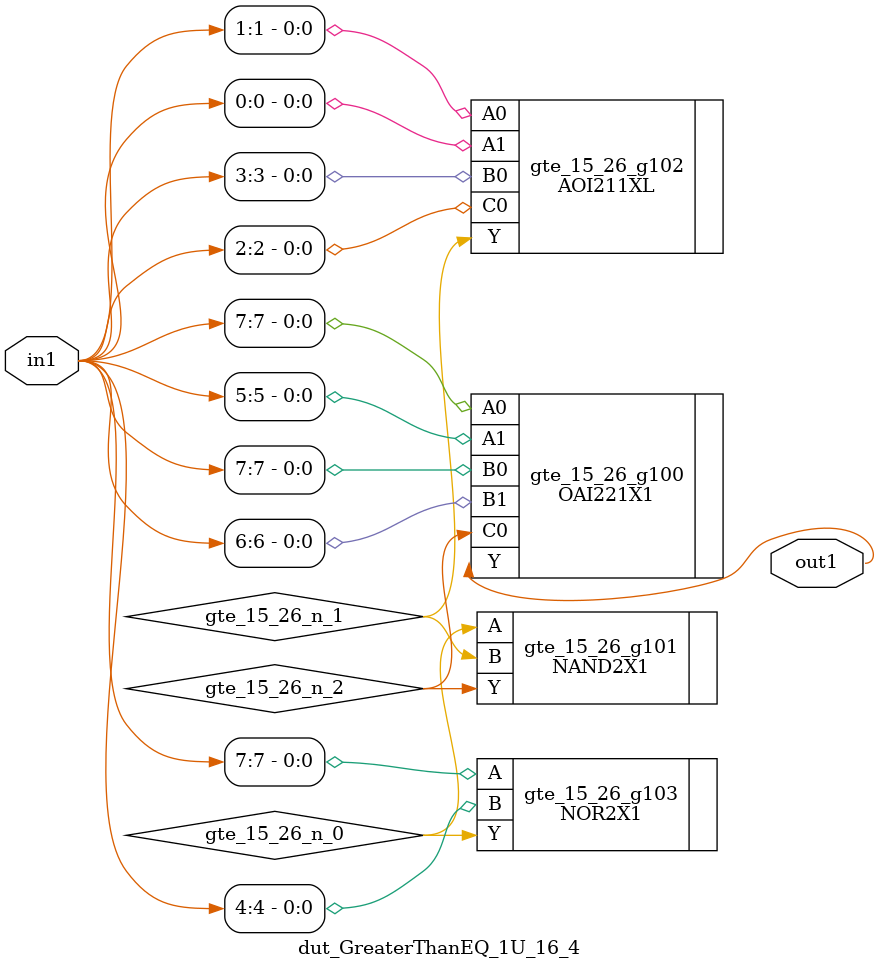
<source format=v>
`timescale 1ps / 1ps


module dut_GreaterThanEQ_1U_16_4(in1, out1);
  input [7:0] in1;
  output out1;
  wire [7:0] in1;
  wire out1;
  wire gte_15_26_n_0, gte_15_26_n_1, gte_15_26_n_2;
  OAI221X1 gte_15_26_g100(.A0 (in1[7]), .A1 (in1[5]), .B0 (in1[7]), .B1
       (in1[6]), .C0 (gte_15_26_n_2), .Y (out1));
  NAND2X1 gte_15_26_g101(.A (gte_15_26_n_0), .B (gte_15_26_n_1), .Y
       (gte_15_26_n_2));
  AOI211XL gte_15_26_g102(.A0 (in1[1]), .A1 (in1[0]), .B0 (in1[3]), .C0
       (in1[2]), .Y (gte_15_26_n_1));
  NOR2X1 gte_15_26_g103(.A (in1[7]), .B (in1[4]), .Y (gte_15_26_n_0));
endmodule



</source>
